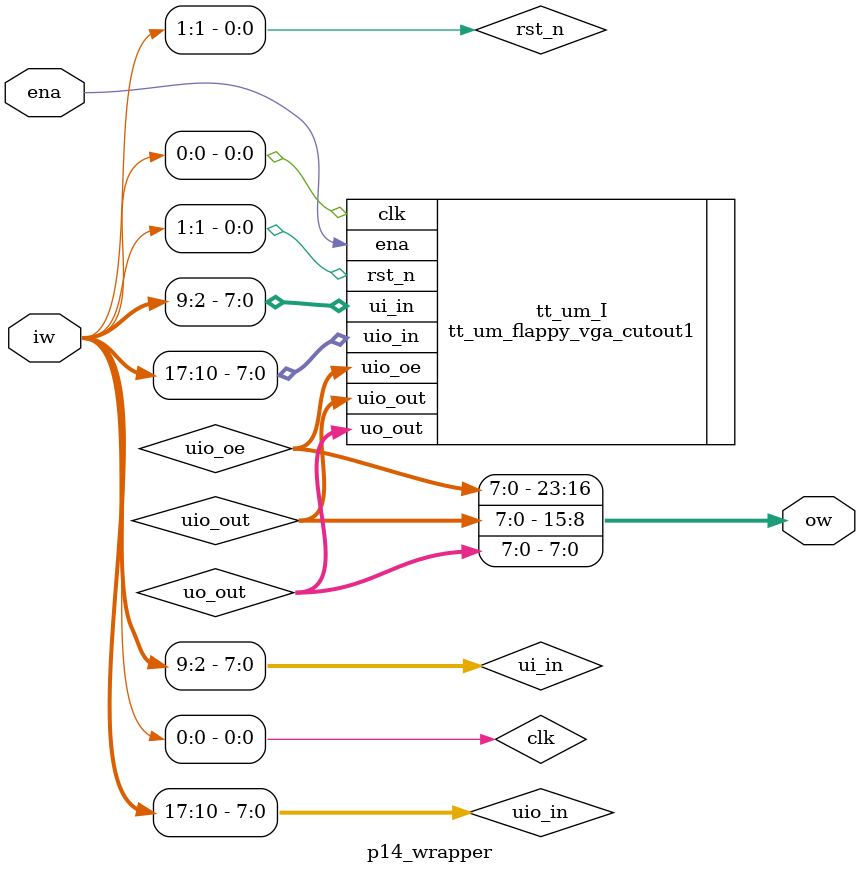
<source format=v>
`default_nettype none

module p14_wrapper (
  input wire ena,
  input wire [17:0] iw,
  output wire [23:0] ow
);

wire [7:0] uio_in;
wire [7:0] uio_out;
wire [7:0] uio_oe;
wire [7:0] uo_out;
wire [7:0] ui_in;
wire clk;
wire rst_n;

assign { uio_in, ui_in, rst_n, clk } = iw;
assign ow = { uio_oe, uio_out, uo_out };

tt_um_flappy_vga_cutout1 tt_um_I (
  .uio_in  (uio_in),
  .uio_out (uio_out),
  .uio_oe  (uio_oe),
  .uo_out  (uo_out),
  .ui_in   (ui_in),
  .ena     (ena),
  .clk     (clk),
  .rst_n   (rst_n)
);

endmodule

</source>
